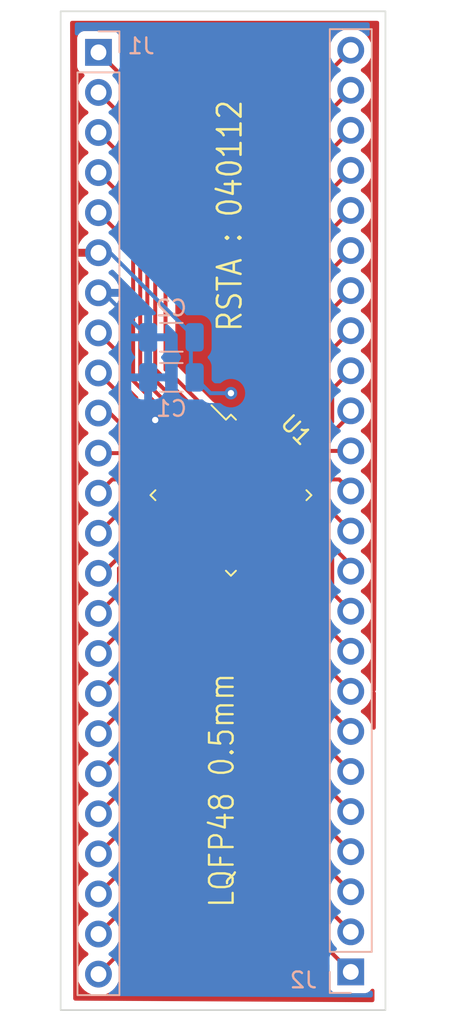
<source format=kicad_pcb>
(kicad_pcb (version 20221018) (generator pcbnew)
  (title_block (title "QFP48") (date "2023-12-30") (rev "0") (comment 4 "AISLER Project ID: GXGEAFFS"))
  (layers (0 "F.Cu" signal) (31 "B.Cu" signal) (34 "B.Paste" user) (35 "F.Paste" user) (36 "B.SilkS" user "B.Silkscreen") (37 "F.SilkS" user "F.Silkscreen") (38 "B.Mask" user) (39 "F.Mask" user) (44 "Edge.Cuts" user))
  (net 0 "")
  (net 1 "VDD")
  (net 2 "GND")
  (net 3 "Net-(J1-Pin_1)")
  (net 4 "Net-(J1-Pin_2)")
  (net 5 "Net-(J1-Pin_3)")
  (net 6 "Net-(J1-Pin_4)")
  (net 7 "Net-(J1-Pin_5)")
  (net 8 "Net-(J1-Pin_8)")
  (net 9 "Net-(J1-Pin_9)")
  (net 10 "Net-(J1-Pin_10)")
  (net 11 "Net-(J1-Pin_11)")
  (net 12 "Net-(J1-Pin_12)")
  (net 13 "Net-(J1-Pin_13)")
  (net 14 "Net-(J1-Pin_14)")
  (net 15 "Net-(J1-Pin_15)")
  (net 16 "Net-(J1-Pin_16)")
  (net 17 "Net-(J1-Pin_17)")
  (net 18 "Net-(J1-Pin_18)")
  (net 19 "Net-(J1-Pin_19)")
  (net 20 "Net-(J1-Pin_20)")
  (net 21 "Net-(J1-Pin_21)")
  (net 22 "Net-(J1-Pin_22)")
  (net 23 "Net-(J1-Pin_23)")
  (net 24 "Net-(J1-Pin_24)")
  (net 25 "Net-(J2-Pin_1)")
  (net 26 "Net-(J2-Pin_2)")
  (net 27 "Net-(J2-Pin_3)")
  (net 28 "Net-(J2-Pin_4)")
  (net 29 "Net-(J2-Pin_5)")
  (net 30 "Net-(J2-Pin_6)")
  (net 31 "Net-(J2-Pin_7)")
  (net 32 "Net-(J2-Pin_8)")
  (net 33 "Net-(J2-Pin_9)")
  (net 34 "Net-(J2-Pin_10)")
  (net 35 "Net-(J2-Pin_11)")
  (net 36 "Net-(J2-Pin_12)")
  (net 37 "Net-(J2-Pin_13)")
  (net 38 "Net-(J2-Pin_14)")
  (net 39 "Net-(J2-Pin_15)")
  (net 40 "Net-(J2-Pin_16)")
  (net 41 "Net-(J2-Pin_17)")
  (net 42 "Net-(J2-Pin_18)")
  (net 43 "Net-(J2-Pin_19)")
  (net 44 "Net-(J2-Pin_20)")
  (net 45 "Net-(J2-Pin_21)")
  (net 46 "Net-(J2-Pin_22)")
  (net 47 "Net-(J2-Pin_23)")
  (net 48 "Net-(J2-Pin_24)")
  (footprint "Package_QFP:LQFP-48_7x7mm_P0.5mm" (layer "F.Cu") (at 114.3 91.666555 -45)
    (fp_text reference "U1" (at 0 -5.85 135) (layer "F.SilkS"))
    (fp_text value "STM32G0B0CETx")
    (fp_line (start -3.61 -3.61) (end -3.61 -3.16) (stroke (width 0.12)) (layer "F.SilkS"))
    (fp_line (start -3.61 -3.16) (end -4.9 -3.16) (stroke (width 0.12)) (layer "F.SilkS"))
    (fp_line (start -3.61 3.61) (end -3.61 3.16) (stroke (width 0.12)) (layer "F.SilkS"))
    (fp_line (start -3.16 -3.61) (end -3.61 -3.61) (stroke (width 0.12)) (layer "F.SilkS"))
    (fp_line (start -3.16 3.61) (end -3.61 3.61) (stroke (width 0.12)) (layer "F.SilkS"))
    (fp_line (start 3.16 -3.61) (end 3.61 -3.61) (stroke (width 0.12)) (layer "F.SilkS"))
    (fp_line (start 3.16 3.61) (end 3.61 3.61) (stroke (width 0.12)) (layer "F.SilkS"))
    (fp_line (start 3.61 -3.61) (end 3.61 -3.16) (stroke (width 0.12)) (layer "F.SilkS"))
    (fp_line (start 3.61 3.61) (end 3.61 3.16) (stroke (width 0.12)) (layer "F.SilkS"))
    (pad "1" smd roundrect (at -4.1625 -2.75 315) (size 1.475 0.3) (layers "F.Cu" "F.Paste" "F.Mask") (net 3 "Net-(J1-Pin_1)"))
    (pad "2" smd roundrect (at -4.1625 -2.25 315) (size 1.475 0.3) (layers "F.Cu" "F.Paste" "F.Mask") (net 4 "Net-(J1-Pin_2)"))
    (pad "3" smd roundrect (at -4.1625 -1.75 315) (size 1.475 0.3) (layers "F.Cu" "F.Paste" "F.Mask") (net 5 "Net-(J1-Pin_3)"))
    (pad "4" smd roundrect (at -4.1625 -1.25 315) (size 1.475 0.3) (layers "F.Cu" "F.Paste" "F.Mask") (net 6 "Net-(J1-Pin_4)"))
    (pad "5" smd roundrect (at -4.1625 -0.75 315) (size 1.475 0.3) (layers "F.Cu" "F.Paste" "F.Mask") (net 7 "Net-(J1-Pin_5)"))
    (pad "6" smd roundrect (at -4.1625 -0.25 315) (size 1.475 0.3) (layers "F.Cu" "F.Paste" "F.Mask") (net 1 "VDD"))
    (pad "7" smd roundrect (at -4.1625 0.25 315) (size 1.475 0.3) (layers "F.Cu" "F.Paste" "F.Mask") (net 2 "GND"))
    (pad "8" smd roundrect (at -4.1625 0.75 315) (size 1.475 0.3) (layers "F.Cu" "F.Paste" "F.Mask") (net 8 "Net-(J1-Pin_8)"))
    (pad "9" smd roundrect (at -4.1625 1.25 315) (size 1.475 0.3) (layers "F.Cu" "F.Paste" "F.Mask") (net 9 "Net-(J1-Pin_9)"))
    (pad "10" smd roundrect (at -4.1625 1.75 315) (size 1.475 0.3) (layers "F.Cu" "F.Paste" "F.Mask") (net 10 "Net-(J1-Pin_10)"))
    (pad "11" smd roundrect (at -4.1625 2.25 315) (size 1.475 0.3) (layers "F.Cu" "F.Paste" "F.Mask") (net 11 "Net-(J1-Pin_11)"))
    (pad "12" smd roundrect (at -4.1625 2.75 315) (size 1.475 0.3) (layers "F.Cu" "F.Paste" "F.Mask") (net 12 "Net-(J1-Pin_12)"))
    (pad "13" smd roundrect (at -2.75 4.1625 315) (size 0.3 1.475) (layers "F.Cu" "F.Paste" "F.Mask") (net 13 "Net-(J1-Pin_13)"))
    (pad "14" smd roundrect (at -2.25 4.1625 315) (size 0.3 1.475) (layers "F.Cu" "F.Paste" "F.Mask") (net 14 "Net-(J1-Pin_14)"))
    (pad "15" smd roundrect (at -1.75 4.1625 315) (size 0.3 1.475) (layers "F.Cu" "F.Paste" "F.Mask") (net 15 "Net-(J1-Pin_15)"))
    (pad "16" smd roundrect (at -1.25 4.1625 315) (size 0.3 1.475) (layers "F.Cu" "F.Paste" "F.Mask") (net 16 "Net-(J1-Pin_16)"))
    (pad "17" smd roundrect (at -0.75 4.1625 315) (size 0.3 1.475) (layers "F.Cu" "F.Paste" "F.Mask") (net 17 "Net-(J1-Pin_17)"))
    (pad "18" smd roundrect (at -0.25 4.1625 315) (size 0.3 1.475) (layers "F.Cu" "F.Paste" "F.Mask") (net 18 "Net-(J1-Pin_18)"))
    (pad "19" smd roundrect (at 0.25 4.1625 315) (size 0.3 1.475) (layers "F.Cu" "F.Paste" "F.Mask") (net 19 "Net-(J1-Pin_19)"))
    (pad "20" smd roundrect (at 0.75 4.1625 315) (size 0.3 1.475) (layers "F.Cu" "F.Paste" "F.Mask") (net 20 "Net-(J1-Pin_20)"))
    (pad "21" smd roundrect (at 1.25 4.1625 315) (size 0.3 1.475) (layers "F.Cu" "F.Paste" "F.Mask") (net 21 "Net-(J1-Pin_21)"))
    (pad "22" smd roundrect (at 1.75 4.1625 315) (size 0.3 1.475) (layers "F.Cu" "F.Paste" "F.Mask") (net 22 "Net-(J1-Pin_22)"))
    (pad "23" smd roundrect (at 2.25 4.1625 315) (size 0.3 1.475) (layers "F.Cu" "F.Paste" "F.Mask") (net 23 "Net-(J1-Pin_23)"))
    (pad "24" smd roundrect (at 2.75 4.1625 315) (size 0.3 1.475) (layers "F.Cu" "F.Paste" "F.Mask") (net 24 "Net-(J1-Pin_24)"))
    (pad "25" smd roundrect (at 4.1625 2.75 315) (size 1.475 0.3) (layers "F.Cu" "F.Paste" "F.Mask") (net 25 "Net-(J2-Pin_1)"))
    (pad "26" smd roundrect (at 4.1625 2.25 315) (size 1.475 0.3) (layers "F.Cu" "F.Paste" "F.Mask") (net 26 "Net-(J2-Pin_2)"))
    (pad "27" smd roundrect (at 4.1625 1.75 315) (size 1.475 0.3) (layers "F.Cu" "F.Paste" "F.Mask") (net 27 "Net-(J2-Pin_3)"))
    (pad "28" smd roundrect (at 4.1625 1.25 315) (size 1.475 0.3) (layers "F.Cu" "F.Paste" "F.Mask") (net 28 "Net-(J2-Pin_4)"))
    (pad "29" smd roundrect (at 4.1625 0.75 315) (size 1.475 0.3) (layers "F.Cu" "F.Paste" "F.Mask") (net 29 "Net-(J2-Pin_5)"))
    (pad "30" smd roundrect (at 4.1625 0.25 315) (size 1.475 0.3) (layers "F.Cu" "F.Paste" "F.Mask") (net 30 "Net-(J2-Pin_6)"))
    (pad "31" smd roundrect (at 4.1625 -0.25 315) (size 1.475 0.3) (layers "F.Cu" "F.Paste" "F.Mask") (net 31 "Net-(J2-Pin_7)"))
    (pad "32" smd roundrect (at 4.1625 -0.75 315) (size 1.475 0.3) (layers "F.Cu" "F.Paste" "F.Mask") (net 32 "Net-(J2-Pin_8)"))
    (pad "33" smd roundrect (at 4.1625 -1.25 315) (size 1.475 0.3) (layers "F.Cu" "F.Paste" "F.Mask") (net 33 "Net-(J2-Pin_9)"))
    (pad "34" smd roundrect (at 4.1625 -1.75 315) (size 1.475 0.3) (layers "F.Cu" "F.Paste" "F.Mask") (net 34 "Net-(J2-Pin_10)"))
    (pad "35" smd roundrect (at 4.1625 -2.25 315) (size 1.475 0.3) (layers "F.Cu" "F.Paste" "F.Mask") (net 35 "Net-(J2-Pin_11)"))
    (pad "36" smd roundrect (at 4.1625 -2.75 315) (size 1.475 0.3) (layers "F.Cu" "F.Paste" "F.Mask") (net 36 "Net-(J2-Pin_12)"))
    (pad "37" smd roundrect (at 2.75 -4.1625 315) (size 0.3 1.475) (layers "F.Cu" "F.Paste" "F.Mask") (net 37 "Net-(J2-Pin_13)"))
    (pad "38" smd roundrect (at 2.25 -4.1625 315) (size 0.3 1.475) (layers "F.Cu" "F.Paste" "F.Mask") (net 38 "Net-(J2-Pin_14)"))
    (pad "39" smd roundrect (at 1.75 -4.1625 315) (size 0.3 1.475) (layers "F.Cu" "F.Paste" "F.Mask") (net 39 "Net-(J2-Pin_15)"))
    (pad "40" smd roundrect (at 1.25 -4.1625 315) (size 0.3 1.475) (layers "F.Cu" "F.Paste" "F.Mask") (net 40 "Net-(J2-Pin_16)"))
    (pad "41" smd roundrect (at 0.75 -4.1625 315) (size 0.3 1.475) (layers "F.Cu" "F.Paste" "F.Mask") (net 41 "Net-(J2-Pin_17)"))
    (pad "42" smd roundrect (at 0.25 -4.1625 315) (size 0.3 1.475) (layers "F.Cu" "F.Paste" "F.Mask") (net 42 "Net-(J2-Pin_18)"))
    (pad "43" smd roundrect (at -0.25 -4.1625 315) (size 0.3 1.475) (layers "F.Cu" "F.Paste" "F.Mask") (net 43 "Net-(J2-Pin_19)"))
    (pad "44" smd roundrect (at -0.75 -4.1625 315) (size 0.3 1.475) (layers "F.Cu" "F.Paste" "F.Mask") (net 44 "Net-(J2-Pin_20)"))
    (pad "45" smd roundrect (at -1.25 -4.1625 315) (size 0.3 1.475) (layers "F.Cu" "F.Paste" "F.Mask") (net 45 "Net-(J2-Pin_21)"))
    (pad "46" smd roundrect (at -1.75 -4.1625 315) (size 0.3 1.475) (layers "F.Cu" "F.Paste" "F.Mask") (net 46 "Net-(J2-Pin_22)"))
    (pad "47" smd roundrect (at -2.25 -4.1625 315) (size 0.3 1.475) (layers "F.Cu" "F.Paste" "F.Mask") (net 47 "Net-(J2-Pin_23)"))
    (pad "48" smd roundrect (at -2.75 -4.1625 315) (size 0.3 1.475) (layers "F.Cu" "F.Paste" "F.Mask") (net 48 "Net-(J2-Pin_24)"))
  )
  (footprint "Capacitor_SMD:C_1206_3216Metric" (layer "B.Cu") (at 110.525 84.2 180)
    (fp_text reference "C1" (at 0 -1.98) (layer "B.SilkS") (effects (justify mirror)))
    (fp_text value "C")
    (fp_line (start -0.711252 -0.91) (end 0.711252 -0.91) (stroke (width 0.12)) (layer "B.SilkS"))
    (fp_line (start -0.711252 0.91) (end 0.711252 0.91) (stroke (width 0.12)) (layer "B.SilkS"))
    (pad "1" smd roundrect (at -1.475 0 180) (size 1.15 1.8) (layers "B.Cu" "B.Paste" "B.Mask") (roundrect_rratio 0.2173913043) (net 1 "VDD"))
    (pad "2" smd roundrect (at 1.475 0 180) (size 1.15 1.8) (layers "B.Cu" "B.Paste" "B.Mask") (roundrect_rratio 0.2173913043) (net 2 "GND"))
  )
  (footprint "Connector_PinHeader_2.54mm:PinHeader_1x24_P2.54mm_Vertical" (layer "B.Cu") (at 121.9 121.88)
    (fp_text reference "J2" (at -3 0.52) (layer "B.SilkS") (effects (justify mirror)))
    (fp_text value "Conn_01x24_Pin")
    (fp_line (start -1.33 -59.75) (end 1.33 -59.75) (stroke (width 0.12)) (layer "B.SilkS"))
    (fp_line (start -1.33 -1.27) (end -1.33 -59.75) (stroke (width 0.12)) (layer "B.SilkS"))
    (fp_line (start -1.33 -1.27) (end 1.33 -1.27) (stroke (width 0.12)) (layer "B.SilkS"))
    (fp_line (start -1.33 0) (end -1.33 1.33) (stroke (width 0.12)) (layer "B.SilkS"))
    (fp_line (start -1.33 1.33) (end 0 1.33) (stroke (width 0.12)) (layer "B.SilkS"))
    (fp_line (start 1.33 -1.27) (end 1.33 -59.75) (stroke (width 0.12)) (layer "B.SilkS"))
    (pad "1" thru_hole rect (at 0 0) (size 1.7 1.7) (drill 1) (layers "*.Cu" "*.Mask") (net 25 "Net-(J2-Pin_1)"))
    (pad "2" thru_hole oval (at 0 -2.54) (size 1.7 1.7) (drill 1) (layers "*.Cu" "*.Mask") (net 26 "Net-(J2-Pin_2)"))
    (pad "3" thru_hole oval (at 0 -5.08) (size 1.7 1.7) (drill 1) (layers "*.Cu" "*.Mask") (net 27 "Net-(J2-Pin_3)"))
    (pad "4" thru_hole oval (at 0 -7.62) (size 1.7 1.7) (drill 1) (layers "*.Cu" "*.Mask") (net 28 "Net-(J2-Pin_4)"))
    (pad "5" thru_hole oval (at 0 -10.16) (size 1.7 1.7) (drill 1) (layers "*.Cu" "*.Mask") (net 29 "Net-(J2-Pin_5)"))
    (pad "6" thru_hole oval (at 0 -12.7) (size 1.7 1.7) (drill 1) (layers "*.Cu" "*.Mask") (net 30 "Net-(J2-Pin_6)"))
    (pad "7" thru_hole oval (at 0 -15.24) (size 1.7 1.7) (drill 1) (layers "*.Cu" "*.Mask") (net 31 "Net-(J2-Pin_7)"))
    (pad "8" thru_hole oval (at 0 -17.78) (size 1.7 1.7) (drill 1) (layers "*.Cu" "*.Mask") (net 32 "Net-(J2-Pin_8)"))
    (pad "9" thru_hole oval (at 0 -20.32) (size 1.7 1.7) (drill 1) (layers "*.Cu" "*.Mask") (net 33 "Net-(J2-Pin_9)"))
    (pad "10" thru_hole oval (at 0 -22.86) (size 1.7 1.7) (drill 1) (layers "*.Cu" "*.Mask") (net 34 "Net-(J2-Pin_10)"))
    (pad "11" thru_hole oval (at 0 -25.4) (size 1.7 1.7) (drill 1) (layers "*.Cu" "*.Mask") (net 35 "Net-(J2-Pin_11)"))
    (pad "12" thru_hole oval (at 0 -27.94) (size 1.7 1.7) (drill 1) (layers "*.Cu" "*.Mask") (net 36 "Net-(J2-Pin_12)"))
    (pad "13" thru_hole oval (at 0 -30.48) (size 1.7 1.7) (drill 1) (layers "*.Cu" "*.Mask") (net 37 "Net-(J2-Pin_13)"))
    (pad "14" thru_hole oval (at 0 -33.02) (size 1.7 1.7) (drill 1) (layers "*.Cu" "*.Mask") (net 38 "Net-(J2-Pin_14)"))
    (pad "15" thru_hole oval (at 0 -35.56) (size 1.7 1.7) (drill 1) (layers "*.Cu" "*.Mask") (net 39 "Net-(J2-Pin_15)"))
    (pad "16" thru_hole oval (at 0 -38.1) (size 1.7 1.7) (drill 1) (layers "*.Cu" "*.Mask") (net 40 "Net-(J2-Pin_16)"))
    (pad "17" thru_hole oval (at 0 -40.64) (size 1.7 1.7) (drill 1) (layers "*.Cu" "*.Mask") (net 41 "Net-(J2-Pin_17)"))
    (pad "18" thru_hole oval (at 0 -43.18) (size 1.7 1.7) (drill 1) (layers "*.Cu" "*.Mask") (net 42 "Net-(J2-Pin_18)"))
    (pad "19" thru_hole oval (at 0 -45.72) (size 1.7 1.7) (drill 1) (layers "*.Cu" "*.Mask") (net 43 "Net-(J2-Pin_19)"))
    (pad "20" thru_hole oval (at 0 -48.26) (size 1.7 1.7) (drill 1) (layers "*.Cu" "*.Mask") (net 44 "Net-(J2-Pin_20)"))
    (pad "21" thru_hole oval (at 0 -50.8) (size 1.7 1.7) (drill 1) (layers "*.Cu" "*.Mask") (net 45 "Net-(J2-Pin_21)"))
    (pad "22" thru_hole oval (at 0 -53.34) (size 1.7 1.7) (drill 1) (layers "*.Cu" "*.Mask") (net 46 "Net-(J2-Pin_22)"))
    (pad "23" thru_hole oval (at 0 -55.88) (size 1.7 1.7) (drill 1) (layers "*.Cu" "*.Mask") (net 47 "Net-(J2-Pin_23)"))
    (pad "24" thru_hole oval (at 0 -58.42) (size 1.7 1.7) (drill 1) (layers "*.Cu" "*.Mask") (net 48 "Net-(J2-Pin_24)"))
  )
  (footprint "Capacitor_SMD:C_1206_3216Metric" (layer "B.Cu") (at 110.525 81.66 180)
    (fp_text reference "C2" (at 0 1.85) (layer "B.SilkS") (effects (justify mirror)))
    (fp_text value "C")
    (fp_line (start -0.711252 -0.91) (end 0.711252 -0.91) (stroke (width 0.12)) (layer "B.SilkS"))
    (fp_line (start -0.711252 0.91) (end 0.711252 0.91) (stroke (width 0.12)) (layer "B.SilkS"))
    (pad "1" smd roundrect (at -1.475 0 180) (size 1.15 1.8) (layers "B.Cu" "B.Paste" "B.Mask") (roundrect_rratio 0.2173913043) (net 1 "VDD"))
    (pad "2" smd roundrect (at 1.475 0 180) (size 1.15 1.8) (layers "B.Cu" "B.Paste" "B.Mask") (roundrect_rratio 0.2173913043) (net 2 "GND"))
  )
  (footprint "Connector_PinHeader_2.54mm:PinHeader_1x24_P2.54mm_Vertical" (layer "B.Cu") (at 105.9 63.6 180)
    (fp_text reference "J1" (at -2.7 0.4) (layer "B.SilkS") (effects (justify mirror)))
    (fp_text value "Conn_01x24_Pin")
    (fp_line (start -1.33 -59.75) (end 1.33 -59.75) (stroke (width 0.12)) (layer "B.SilkS"))
    (fp_line (start -1.33 -1.27) (end -1.33 -59.75) (stroke (width 0.12)) (layer "B.SilkS"))
    (fp_line (start -1.33 -1.27) (end 1.33 -1.27) (stroke (width 0.12)) (layer "B.SilkS"))
    (fp_line (start -1.33 0) (end -1.33 1.33) (stroke (width 0.12)) (layer "B.SilkS"))
    (fp_line (start -1.33 1.33) (end 0 1.33) (stroke (width 0.12)) (layer "B.SilkS"))
    (fp_line (start 1.33 -1.27) (end 1.33 -59.75) (stroke (width 0.12)) (layer "B.SilkS"))
    (pad "1" thru_hole rect (at 0 0 180) (size 1.7 1.7) (drill 1) (layers "*.Cu" "*.Mask") (net 3 "Net-(J1-Pin_1)"))
    (pad "2" thru_hole oval (at 0 -2.54 180) (size 1.7 1.7) (drill 1) (layers "*.Cu" "*.Mask") (net 4 "Net-(J1-Pin_2)"))
    (pad "3" thru_hole oval (at 0 -5.08 180) (size 1.7 1.7) (drill 1) (layers "*.Cu" "*.Mask") (net 5 "Net-(J1-Pin_3)"))
    (pad "4" thru_hole oval (at 0 -7.62 180) (size 1.7 1.7) (drill 1) (layers "*.Cu" "*.Mask") (net 6 "Net-(J1-Pin_4)"))
    (pad "5" thru_hole oval (at 0 -10.16 180) (size 1.7 1.7) (drill 1) (layers "*.Cu" "*.Mask") (net 7 "Net-(J1-Pin_5)"))
    (pad "6" thru_hole oval (at 0 -12.7 180) (size 1.7 1.7) (drill 1) (layers "*.Cu" "*.Mask") (net 1 "VDD"))
    (pad "7" thru_hole oval (at 0 -15.24 180) (size 1.7 1.7) (drill 1) (layers "*.Cu" "*.Mask") (net 2 "GND"))
    (pad "8" thru_hole oval (at 0 -17.78 180) (size 1.7 1.7) (drill 1) (layers "*.Cu" "*.Mask") (net 8 "Net-(J1-Pin_8)"))
    (pad "9" thru_hole oval (at 0 -20.32 180) (size 1.7 1.7) (drill 1) (layers "*.Cu" "*.Mask") (net 9 "Net-(J1-Pin_9)"))
    (pad "10" thru_hole oval (at 0 -22.86 180) (size 1.7 1.7) (drill 1) (layers "*.Cu" "*.Mask") (net 10 "Net-(J1-Pin_10)"))
    (pad "11" thru_hole oval (at 0 -25.4 180) (size 1.7 1.7) (drill 1) (layers "*.Cu" "*.Mask") (net 11 "Net-(J1-Pin_11)"))
    (pad "12" thru_hole oval (at 0 -27.94 180) (size 1.7 1.7) (drill 1) (layers "*.Cu" "*.Mask") (net 12 "Net-(J1-Pin_12)"))
    (pad "13" thru_hole oval (at 0 -30.48 180) (size 1.7 1.7) (drill 1) (layers "*.Cu" "*.Mask") (net 13 "Net-(J1-Pin_13)"))
    (pad "14" thru_hole oval (at 0 -33.02 180) (size 1.7 1.7) (drill 1) (layers "*.Cu" "*.Mask") (net 14 "Net-(J1-Pin_14)"))
    (pad "15" thru_hole oval (at 0 -35.56 180) (size 1.7 1.7) (drill 1) (layers "*.Cu" "*.Mask") (net 15 "Net-(J1-Pin_15)"))
    (pad "16" thru_hole oval (at 0 -38.1 180) (size 1.7 1.7) (drill 1) (layers "*.Cu" "*.Mask") (net 16 "Net-(J1-Pin_16)"))
    (pad "17" thru_hole oval (at 0 -40.64 180) (size 1.7 1.7) (drill 1) (layers "*.Cu" "*.Mask") (net 17 "Net-(J1-Pin_17)"))
    (pad "18" thru_hole oval (at 0 -43.18 180) (size 1.7 1.7) (drill 1) (layers "*.Cu" "*.Mask") (net 18 "Net-(J1-Pin_18)"))
    (pad "19" thru_hole oval (at 0 -45.72 180) (size 1.7 1.7) (drill 1) (layers "*.Cu" "*.Mask") (net 19 "Net-(J1-Pin_19)"))
    (pad "20" thru_hole oval (at 0 -48.26 180) (size 1.7 1.7) (drill 1) (layers "*.Cu" "*.Mask") (net 20 "Net-(J1-Pin_20)"))
    (pad "21" thru_hole oval (at 0 -50.8 180) (size 1.7 1.7) (drill 1) (layers "*.Cu" "*.Mask") (net 21 "Net-(J1-Pin_21)"))
    (pad "22" thru_hole oval (at 0 -53.34 180) (size 1.7 1.7) (drill 1) (layers "*.Cu" "*.Mask") (net 22 "Net-(J1-Pin_22)"))
    (pad "23" thru_hole oval (at 0 -55.88 180) (size 1.7 1.7) (drill 1) (layers "*.Cu" "*.Mask") (net 23 "Net-(J1-Pin_23)"))
    (pad "24" thru_hole oval (at 0 -58.42 180) (size 1.7 1.7) (drill 1) (layers "*.Cu" "*.Mask") (net 24 "Net-(J1-Pin_24)"))
  )
  (gr_rect (start 103.5 61) (end 124.1 124.3) (stroke (width 0.1)) (fill none) (layer "Edge.Cuts"))
  (gr_text "RSTA : 040112" (at 115.1 81.4 90) (layer "F.SilkS") (effects (font (size 1.5 1.3) (thickness 0.1625)) (justify left bottom)))
  (gr_text "LQFP48 0.5mm" (at 114.6 117.9 90) (layer "F.SilkS") (effects (font (size 1.5 1.3)) (justify left bottom)))
  (segment (start 111.533445 88.546446) (end 111.533445 88.533445) (width 0.25) (layer "F.Cu") (net 1))
  (segment (start 112.431284 89.151209) (end 114.3 87.282493) (width 0.25) (layer "F.Cu") (net 1))
  (segment (start 114.3 87.282493) (end 114.3 85.2) (width 0.25) (layer "F.Cu") (net 1))
  (segment (start 112.138208 89.151209) (end 112.431284 89.151209) (width 0.25) (layer "F.Cu") (net 1))
  (segment (start 111.533445 88.546446) (end 112.138208 89.151209) (width 0.25) (layer "F.Cu") (net 1))
  (via (at 114.3 85.2) (size 0.8) (drill 0.4) (layers "F.Cu" "B.Cu") (net 1))
  (segment (start 106.64 76.3) (end 105.9 76.3) (width 0.25) (layer "B.Cu") (net 1))
  (segment (start 113 85.2) (end 112 84.2) (width 0.25) (layer "B.Cu") (net 1))
  (segment (start 112 81.66) (end 106.64 76.3) (width 0.25) (layer "B.Cu") (net 1))
  (segment (start 111.76 81.28) (end 111.76 83.82) (width 0.25) (layer "B.Cu") (net 1))
  (segment (start 114.3 85.2) (end 113 85.2) (width 0.25) (layer "B.Cu") (net 1))
  (segment (start 109.499045 87.219154) (end 111.179891 88.9) (width 0.25) (layer "F.Cu") (net 2))
  (segment (start 109.499045 86.900955) (end 109.499045 87.219154) (width 0.25) (layer "F.Cu") (net 2))
  (via (at 109.499045 86.900955) (size 0.8) (drill 0.4) (layers "F.Cu" "B.Cu") (net 2))
  (segment (start 106.23 78.84) (end 105.9 78.84) (width 0.25) (layer "B.Cu") (net 2))
  (segment (start 109.05 86.45191) (end 109.499045 86.900955) (width 0.25) (layer "B.Cu") (net 2))
  (segment (start 109.05 81.66) (end 109.05 84.2) (width 0.25) (layer "B.Cu") (net 2))
  (segment (start 109.05 84.2) (end 109.05 86.45191) (width 0.25) (layer "B.Cu") (net 2))
  (segment (start 109.05 81.66) (end 106.23 78.84) (width 0.25) (layer "B.Cu") (net 2))
  (segment (start 110.151821 67.851821) (end 105.9 63.6) (width 0.25) (layer "F.Cu") (net 3))
  (segment (start 110.151821 83.7) (end 110.151821 67.851821) (width 0.25) (layer "F.Cu") (net 3))
  (segment (start 113.301212 86.778679) (end 110.222533 83.7) (width 0.25) (layer "F.Cu") (net 3))
  (segment (start 110.222533 83.7) (end 110.151821 83.7) (width 0.25) (layer "F.Cu") (net 3))
  (segment (start 109.5 83.684575) (end 109.5 69.74) (width 0.25) (layer "F.Cu") (net 4))
  (segment (start 112.947658 87.132233) (end 109.5 83.684575) (width 0.25) (layer "F.Cu") (net 4))
  (segment (start 109.5 69.74) (end 105.9 66.14) (width 0.25) (layer "F.Cu") (net 4))
  (segment (start 112.594105 87.485786) (end 109 83.891681) (width 0.25) (layer "F.Cu") (net 5))
  (segment (start 109 71.78) (end 105.9 68.68) (width 0.25) (layer "F.Cu") (net 5))
  (segment (start 109 83.891681) (end 109 71.78) (width 0.25) (layer "F.Cu") (net 5))
  (segment (start 112.240551 87.83934) (end 108.55 84.148789) (width 0.25) (layer "F.Cu") (net 6))
  (segment (start 108.55 73.87) (end 105.9 71.22) (width 0.25) (layer "F.Cu") (net 6))
  (segment (start 108.55 84.148789) (end 108.55 73.87) (width 0.25) (layer "F.Cu") (net 6))
  (segment (start 108.1 84.405895) (end 108.1 75.96) (width 0.25) (layer "F.Cu") (net 7))
  (segment (start 111.886998 88.192893) (end 108.1 84.405895) (width 0.25) (layer "F.Cu") (net 7))
  (segment (start 108.1 75.96) (end 105.9 73.76) (width 0.25) (layer "F.Cu") (net 7))
  (segment (start 108.3 86.727215) (end 110.826338 89.253553) (width 0.25) (layer "F.Cu") (net 8))
  (segment (start 107.4 82.88) (end 107.4 84.6) (width 0.25) (layer "F.Cu") (net 8))
  (segment (start 107.4 84.6) (end 108.3 85.5) (width 0.25) (layer "F.Cu") (net 8))
  (segment (start 108.3 85.5) (end 108.3 86.727215) (width 0.25) (layer "F.Cu") (net 8))
  (segment (start 105.9 81.38) (end 107.4 82.88) (width 0.25) (layer "F.Cu") (net 8))
  (segment (start 105.9 83.92) (end 107.8 85.82) (width 0.25) (layer "F.Cu") (net 9))
  (segment (start 107.8 85.82) (end 107.8 87) (width 0.25) (layer "F.Cu") (net 9))
  (segment (start 107.865679 87) (end 110.472785 89.607106) (width 0.25) (layer "F.Cu") (net 9))
  (segment (start 107.8 87) (end 107.865679 87) (width 0.25) (layer "F.Cu") (net 9))
  (segment (start 106.618571 86.46) (end 105.9 86.46) (width 0.25) (layer "F.Cu") (net 10))
  (segment (start 110.119231 89.96066) (end 106.618571 86.46) (width 0.25) (layer "F.Cu") (net 10))
  (segment (start 108.451465 89) (end 105.9 89) (width 0.25) (layer "F.Cu") (net 11))
  (segment (start 109.765678 90.314213) (end 108.451465 89) (width 0.25) (layer "F.Cu") (net 11))
  (segment (start 109.412124 90.667767) (end 106.772233 90.667767) (width 0.25) (layer "F.Cu") (net 12))
  (segment (start 106.772233 90.667767) (end 105.9 91.54) (width 0.25) (layer "F.Cu") (net 12))
  (segment (start 107.314657 92.665343) (end 105.9 94.08) (width 0.25) (layer "F.Cu") (net 13))
  (segment (start 109.412124 92.665343) (end 107.314657 92.665343) (width 0.25) (layer "F.Cu") (net 13))
  (segment (start 106.164575 96.62) (end 105.9 96.62) (width 0.25) (layer "F.Cu") (net 14))
  (segment (start 109.765678 93.018897) (end 106.164575 96.62) (width 0.25) (layer "F.Cu") (net 14))
  (segment (start 107.2 96.3) (end 107.2 97.86) (width 0.25) (layer "F.Cu") (net 15))
  (segment (start 110.119231 93.380769) (end 107.2 96.3) (width 0.25) (layer "F.Cu") (net 15))
  (segment (start 110.119231 93.37245) (end 110.119231 93.380769) (width 0.25) (layer "F.Cu") (net 15))
  (segment (start 107.2 97.86) (end 105.9 99.16) (width 0.25) (layer "F.Cu") (net 15))
  (segment (start 107.65 99.95) (end 105.9 101.7) (width 0.25) (layer "F.Cu") (net 16))
  (segment (start 107.65 96.548789) (end 107.65 99.95) (width 0.25) (layer "F.Cu") (net 16))
  (segment (start 110.472785 93.726004) (end 107.65 96.548789) (width 0.25) (layer "F.Cu") (net 16))
  (segment (start 108.238302 96.667593) (end 108.167592 96.667593) (width 0.25) (layer "F.Cu") (net 17))
  (segment (start 110.826338 94.079557) (end 108.238302 96.667593) (width 0.25) (layer "F.Cu") (net 17))
  (segment (start 108.167592 101.972408) (end 105.9 104.24) (width 0.25) (layer "F.Cu") (net 17))
  (segment (start 108.167592 96.667593) (end 108.167592 101.972408) (width 0.25) (layer "F.Cu") (net 17))
  (segment (start 108.617592 96.995409) (end 108.617592 104.062408) (width 0.25) (layer "F.Cu") (net 18))
  (segment (start 111.179891 94.43311) (end 108.617592 96.995409) (width 0.25) (layer "F.Cu") (net 18))
  (segment (start 108.617592 104.062408) (end 105.9 106.78) (width 0.25) (layer "F.Cu") (net 18))
  (segment (start 111.533445 94.786664) (end 109.067592 97.252517) (width 0.25) (layer "F.Cu") (net 19))
  (segment (start 109.067592 106.152408) (end 105.9 109.32) (width 0.25) (layer "F.Cu") (net 19))
  (segment (start 109.067592 97.252517) (end 109.067592 106.152408) (width 0.25) (layer "F.Cu") (net 19))
  (segment (start 109.517592 97.509623) (end 109.517592 108.242408) (width 0.25) (layer "F.Cu") (net 20))
  (segment (start 111.886998 95.140217) (end 109.517592 97.509623) (width 0.25) (layer "F.Cu") (net 20))
  (segment (start 111.886998 95.140217) (end 111.859783 95.140217) (width 0.25) (layer "F.Cu") (net 20))
  (segment (start 109.517592 108.242408) (end 105.9 111.86) (width 0.25) (layer "F.Cu") (net 20))
  (segment (start 109.967592 110.332408) (end 105.9 114.4) (width 0.25) (layer "F.Cu") (net 21))
  (segment (start 112.240551 95.49377) (end 109.967592 97.766729) (width 0.25) (layer "F.Cu") (net 21))
  (segment (start 109.967592 97.766729) (end 109.967592 110.332408) (width 0.25) (layer "F.Cu") (net 21))
  (segment (start 110.417592 112.422408) (end 105.9 116.94) (width 0.25) (layer "F.Cu") (net 22))
  (segment (start 112.594105 95.847324) (end 110.417592 98.023837) (width 0.25) (layer "F.Cu") (net 22))
  (segment (start 110.417592 98.023837) (end 110.417592 112.422408) (width 0.25) (layer "F.Cu") (net 22))
  (segment (start 110.867592 98.280943) (end 110.867592 114.512408) (width 0.25) (layer "F.Cu") (net 23))
  (segment (start 110.867592 114.512408) (end 105.9 119.48) (width 0.25) (layer "F.Cu") (net 23))
  (segment (start 112.947658 96.200877) (end 110.867592 98.280943) (width 0.25) (layer "F.Cu") (net 23))
  (segment (start 112.947658 96.200877) (end 112.912304 96.200877) (width 0.25) (layer "F.Cu") (net 23))
  (segment (start 111.317592 98.5) (end 111.317592 116.602408) (width 0.25) (layer "F.Cu") (net 24))
  (segment (start 111.355643 98.5) (end 111.317592 98.5) (width 0.25) (layer "F.Cu") (net 24))
  (segment (start 113.301212 96.554431) (end 111.355643 98.5) (width 0.25) (layer "F.Cu") (net 24))
  (segment (start 111.317592 116.602408) (end 105.9 122.02) (width 0.25) (layer "F.Cu") (net 24))
  (segment (start 115.298788 96.554431) (end 116.436823 97.692466) (width 0.25) (layer "F.Cu") (net 25))
  (segment (start 116.507535 116.487535) (end 121.9 121.88) (width 0.25) (layer "F.Cu") (net 25))
  (segment (start 116.507535 97.692466) (end 116.507535 116.487535) (width 0.25) (layer "F.Cu") (net 25))
  (segment (start 116.436823 97.692466) (end 116.507535 97.692466) (width 0.25) (layer "F.Cu") (net 25))
  (segment (start 116.964642 97.513177) (end 116.964642 114.404642) (width 0.25) (layer "F.Cu") (net 26))
  (segment (start 116.964642 114.404642) (end 121.9 119.34) (width 0.25) (layer "F.Cu") (net 26))
  (segment (start 115.652342 96.200877) (end 116.964642 97.513177) (width 0.25) (layer "F.Cu") (net 26))
  (segment (start 117.414642 112.314642) (end 121.9 116.8) (width 0.25) (layer "F.Cu") (net 27))
  (segment (start 116.005895 95.847324) (end 117.34393 97.185359) (width 0.25) (layer "F.Cu") (net 27))
  (segment (start 117.414642 97.185359) (end 117.414642 112.314642) (width 0.25) (layer "F.Cu") (net 27))
  (segment (start 117.34393 97.185359) (end 117.414642 97.185359) (width 0.25) (layer "F.Cu") (net 27))
  (segment (start 118 110.36) (end 121.9 114.26) (width 0.25) (layer "F.Cu") (net 28))
  (segment (start 116.359449 95.49377) (end 118 97.134321) (width 0.25) (layer "F.Cu") (net 28))
  (segment (start 118 97.134321) (end 118 110.36) (width 0.25) (layer "F.Cu") (net 28))
  (segment (start 118.475 96.902215) (end 118.475 108.295) (width 0.25) (layer "F.Cu") (net 29))
  (segment (start 116.713002 95.140217) (end 118.475 96.902215) (width 0.25) (layer "F.Cu") (net 29))
  (segment (start 118.475 108.295) (end 121.9 111.72) (width 0.25) (layer "F.Cu") (net 29))
  (segment (start 117.066555 94.786664) (end 118.925 96.645109) (width 0.25) (layer "F.Cu") (net 30))
  (segment (start 118.925 96.645109) (end 118.925 106.205) (width 0.25) (layer "F.Cu") (net 30))
  (segment (start 118.925 106.205) (end 121.9 109.18) (width 0.25) (layer "F.Cu") (net 30))
  (segment (start 117.420109 94.43311) (end 119.375 96.388001) (width 0.25) (layer "F.Cu") (net 31))
  (segment (start 119.375 96.388001) (end 119.375 104.115) (width 0.25) (layer "F.Cu") (net 31))
  (segment (start 119.375 104.115) (end 121.9 106.64) (width 0.25) (layer "F.Cu") (net 31))
  (segment (start 117.773662 94.079557) (end 119.825 96.130895) (width 0.25) (layer "F.Cu") (net 32))
  (segment (start 119.825 96.130895) (end 119.825 102.025) (width 0.25) (layer "F.Cu") (net 32))
  (segment (start 119.825 102.025) (end 121.9 104.1) (width 0.25) (layer "F.Cu") (net 32))
  (segment (start 120.275 99.935) (end 121.9 101.56) (width 0.25) (layer "F.Cu") (net 33))
  (segment (start 118.127215 93.726004) (end 120.275 95.873789) (width 0.25) (layer "F.Cu") (net 33))
  (segment (start 120.275 95.873789) (end 120.275 99.935) (width 0.25) (layer "F.Cu") (net 33))
  (segment (start 120.725 95.616681) (end 120.725 97.845) (width 0.25) (layer "F.Cu") (net 34))
  (segment (start 120.725 97.845) (end 121.9 99.02) (width 0.25) (layer "F.Cu") (net 34))
  (segment (start 118.480769 93.37245) (end 120.725 95.616681) (width 0.25) (layer "F.Cu") (net 34))
  (segment (start 118.834322 93.018897) (end 121.9 96.084575) (width 0.25) (layer "F.Cu") (net 35))
  (segment (start 121.9 96.084575) (end 121.9 96.48) (width 0.25) (layer "F.Cu") (net 35))
  (segment (start 120.625343 92.665343) (end 121.9 93.94) (width 0.25) (layer "F.Cu") (net 36))
  (segment (start 119.187876 92.665343) (end 120.625343 92.665343) (width 0.25) (layer "F.Cu") (net 36))
  (segment (start 119.187876 90.667767) (end 121.167767 90.667767) (width 0.25) (layer "F.Cu") (net 37))
  (segment (start 121.167767 90.667767) (end 121.9 91.4) (width 0.25) (layer "F.Cu") (net 37))
  (segment (start 118.834322 90.314213) (end 120.288535 88.86) (width 0.25) (layer "F.Cu") (net 38))
  (segment (start 120.288535 88.86) (end 121.9 88.86) (width 0.25) (layer "F.Cu") (net 38))
  (segment (start 118.480769 89.96066) (end 121.9 86.541429) (width 0.25) (layer "F.Cu") (net 39))
  (segment (start 121.9 86.541429) (end 121.9 86.32) (width 0.25) (layer "F.Cu") (net 39))
  (segment (start 120.725 87.009321) (end 120.725 84.955) (width 0.25) (layer "F.Cu") (net 40))
  (segment (start 118.127215 89.607106) (end 120.725 87.009321) (width 0.25) (layer "F.Cu") (net 40))
  (segment (start 120.725 84.955) (end 121.9 83.78) (width 0.25) (layer "F.Cu") (net 40))
  (segment (start 117.773662 89.253553) (end 120.275 86.752215) (width 0.25) (layer "F.Cu") (net 41))
  (segment (start 120.275 82.865) (end 121.9 81.24) (width 0.25) (layer "F.Cu") (net 41))
  (segment (start 120.275 86.752215) (end 120.275 82.865) (width 0.25) (layer "F.Cu") (net 41))
  (segment (start 119.825 80.775) (end 121.9 78.7) (width 0.25) (layer "F.Cu") (net 42))
  (segment (start 119.825 86.495109) (end 119.825 80.775) (width 0.25) (layer "F.Cu") (net 42))
  (segment (start 117.420109 88.9) (end 119.825 86.495109) (width 0.25) (layer "F.Cu") (net 42))
  (segment (start 119.375 86.238001) (end 119.375 78.685) (width 0.25) (layer "F.Cu") (net 43))
  (segment (start 117.066555 88.546446) (end 119.375 86.238001) (width 0.25) (layer "F.Cu") (net 43))
  (segment (start 119.375 78.685) (end 121.9 76.16) (width 0.25) (layer "F.Cu") (net 43))
  (segment (start 116.713002 88.192893) (end 116.748356 88.192893) (width 0.25) (layer "F.Cu") (net 44))
  (segment (start 118.925 76.595) (end 121.9 73.62) (width 0.25) (layer "F.Cu") (net 44))
  (segment (start 116.713002 88.192893) (end 118.925 85.980895) (width 0.25) (layer "F.Cu") (net 44))
  (segment (start 118.925 85.980895) (end 118.925 76.595) (width 0.25) (layer "F.Cu") (net 44))
  (segment (start 118.475 85.723789) (end 118.475 74.505) (width 0.25) (layer "F.Cu") (net 45))
  (segment (start 116.359449 87.83934) (end 118.475 85.723789) (width 0.25) (layer "F.Cu") (net 45))
  (segment (start 118.475 74.505) (end 121.9 71.08) (width 0.25) (layer "F.Cu") (net 45))
  (segment (start 118.025 85.466681) (end 118.025 72.415) (width 0.25) (layer "F.Cu") (net 46))
  (segment (start 118.025 72.415) (end 121.9 68.54) (width 0.25) (layer "F.Cu") (net 46))
  (segment (start 116.005895 87.485786) (end 118.025 85.466681) (width 0.25) (layer "F.Cu") (net 46))
  (segment (start 115.652342 87.132233) (end 117.575 85.209575) (width 0.25) (layer "F.Cu") (net 47))
  (segment (start 117.575 85.209575) (end 117.575 70.325) (width 0.25) (layer "F.Cu") (net 47))
  (segment (start 117.575 70.325) (end 121.9 66) (width 0.25) (layer "F.Cu") (net 47))
  (segment (start 115.298788 86.778679) (end 117.1 84.977467) (width 0.25) (layer "F.Cu") (net 48))
  (segment (start 117.1 84.977467) (end 117.1 68.26) (width 0.25) (layer "F.Cu") (net 48))
  (segment (start 117.1 68.26) (end 121.9 63.46) (width 0.25) (layer "F.Cu") (net 48))
  (zone (net 1) (net_name "VDD") (layer "F.Cu") (priority 1) (connect_pads (clearance 0.5)) (min_thickness 0.25) (fill yes (thermal_gap 0.5) (thermal_bridge_width 0.5))
    (polygon (pts (xy 104.1 61.6) (xy 123.7 61.6) (xy 123.4 123.8) (xy 104.3 123.7)))
  )
  (zone (net 2) (net_name "GND") (layer "B.Cu") (connect_pads (clearance 0.5)) (min_thickness 0.25) (fill yes (thermal_gap 0.5) (thermal_bridge_width 0.5))
    (polygon (pts (xy 104.4 61.7) (xy 123.1 61.7) (xy 123.3 123.5) (xy 104.5 123.4)))
  )
)
</source>
